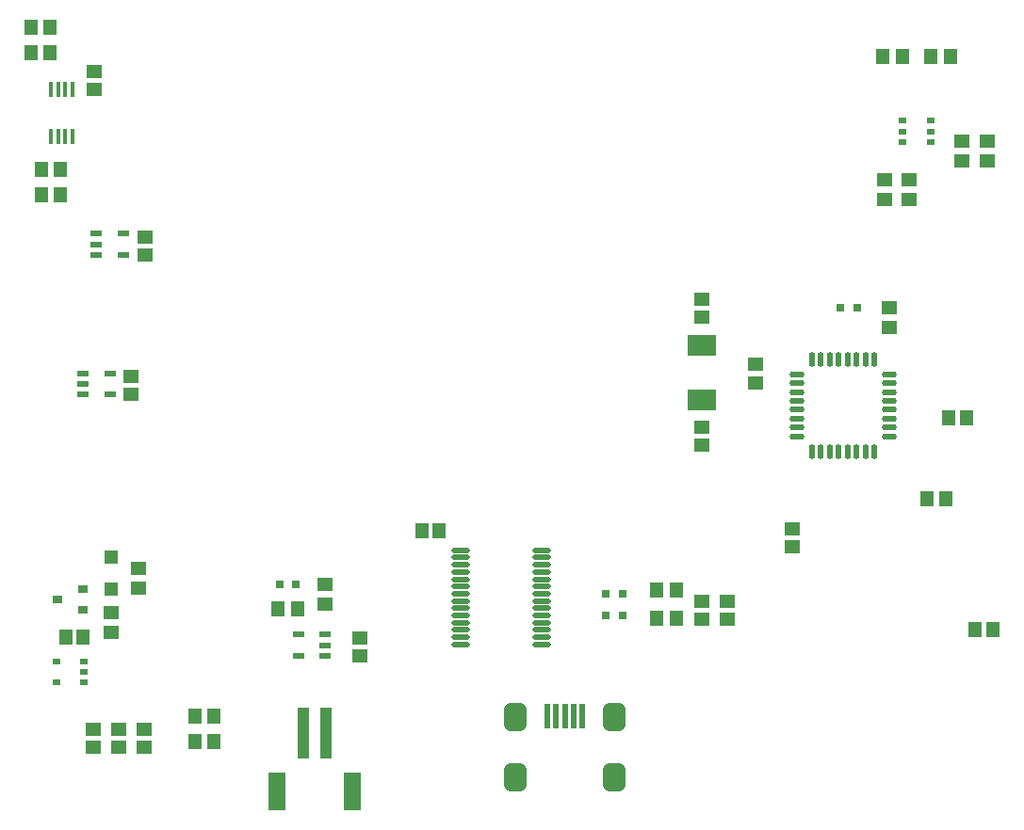
<source format=gbp>
G04*
G04 #@! TF.GenerationSoftware,Altium Limited,Altium Designer,19.0.15 (446)*
G04*
G04 Layer_Color=128*
%FSLAX25Y25*%
%MOIN*%
G70*
G01*
G75*
%ADD18R,0.05315X0.04528*%
%ADD19R,0.04528X0.05315*%
%ADD20R,0.05512X0.05118*%
%ADD81R,0.01800X0.05600*%
G04:AMPARAMS|DCode=82|XSize=78.74mil|YSize=98.43mil|CornerRadius=19.68mil|HoleSize=0mil|Usage=FLASHONLY|Rotation=180.000|XOffset=0mil|YOffset=0mil|HoleType=Round|Shape=RoundedRectangle|*
%AMROUNDEDRECTD82*
21,1,0.07874,0.05906,0,0,180.0*
21,1,0.03937,0.09843,0,0,180.0*
1,1,0.03937,-0.01968,0.02953*
1,1,0.03937,0.01968,0.02953*
1,1,0.03937,0.01968,-0.02953*
1,1,0.03937,-0.01968,-0.02953*
%
%ADD82ROUNDEDRECTD82*%
%ADD83R,0.01968X0.08858*%
%ADD84R,0.06299X0.13386*%
%ADD85R,0.03937X0.18110*%
%ADD86R,0.05118X0.05512*%
%ADD87R,0.03150X0.02362*%
%ADD88R,0.10236X0.07480*%
%ADD89O,0.05315X0.02165*%
%ADD90O,0.02165X0.05315*%
%ADD91R,0.03150X0.02165*%
%ADD92R,0.03740X0.02559*%
%ADD93R,0.04724X0.04724*%
%ADD94R,0.04724X0.04724*%
%ADD95R,0.03150X0.03150*%
%ADD96O,0.06496X0.01968*%
%ADD97R,0.03937X0.02362*%
D18*
X253500Y133795D02*
D03*
Y140685D02*
D03*
X300858Y160445D02*
D03*
Y153555D02*
D03*
X101224Y62445D02*
D03*
Y55555D02*
D03*
X35000Y68079D02*
D03*
Y61189D02*
D03*
X25500Y45598D02*
D03*
Y52488D02*
D03*
X299000Y199055D02*
D03*
Y205945D02*
D03*
X307925D02*
D03*
Y199055D02*
D03*
X326500Y212543D02*
D03*
Y219432D02*
D03*
X335500Y219445D02*
D03*
Y212555D02*
D03*
D19*
X3945Y260000D02*
D03*
X-2945D02*
D03*
X7645Y209500D02*
D03*
X755D02*
D03*
X3945Y251000D02*
D03*
X-2945D02*
D03*
X7645Y200500D02*
D03*
X755D02*
D03*
X55055Y16063D02*
D03*
X61945D02*
D03*
X225445Y50500D02*
D03*
X218555D02*
D03*
X225445Y60500D02*
D03*
X218555D02*
D03*
X314055Y93000D02*
D03*
X320945D02*
D03*
X84555Y54000D02*
D03*
X91445D02*
D03*
X55055Y7000D02*
D03*
X61945D02*
D03*
X298622Y249500D02*
D03*
X305512D02*
D03*
X322445D02*
D03*
X315555D02*
D03*
D20*
X19500Y237850D02*
D03*
Y244150D02*
D03*
X37457Y179350D02*
D03*
Y185650D02*
D03*
X32500Y129850D02*
D03*
Y136150D02*
D03*
X234500Y56650D02*
D03*
Y50350D02*
D03*
X243500Y56650D02*
D03*
Y50350D02*
D03*
X266500Y75850D02*
D03*
Y82150D02*
D03*
X234350Y111850D02*
D03*
Y118150D02*
D03*
X234650Y163650D02*
D03*
Y157350D02*
D03*
X113500Y43650D02*
D03*
Y37350D02*
D03*
X37260Y11150D02*
D03*
Y4850D02*
D03*
X28260Y4850D02*
D03*
Y11150D02*
D03*
X19260Y4850D02*
D03*
Y11150D02*
D03*
D81*
X11800Y237800D02*
D03*
X9300D02*
D03*
X6700D02*
D03*
X4200D02*
D03*
Y221200D02*
D03*
X6700D02*
D03*
X9300D02*
D03*
X11800D02*
D03*
D82*
X203520Y15689D02*
D03*
Y-5768D02*
D03*
X168480D02*
D03*
Y15689D02*
D03*
D83*
X186000Y16063D02*
D03*
X189150D02*
D03*
X192299D02*
D03*
X182850D02*
D03*
X179701D02*
D03*
D84*
X110873Y-10736D02*
D03*
X84101D02*
D03*
D85*
X101425Y9736D02*
D03*
X93550D02*
D03*
D86*
X135350Y81500D02*
D03*
X141650D02*
D03*
X328150Y121500D02*
D03*
X321850D02*
D03*
X337500Y46484D02*
D03*
X331201D02*
D03*
X15650Y44000D02*
D03*
X9350D02*
D03*
D87*
X305480Y226740D02*
D03*
Y223000D02*
D03*
Y219260D02*
D03*
X315520D02*
D03*
Y223000D02*
D03*
Y226740D02*
D03*
D88*
X234500Y127854D02*
D03*
Y147146D02*
D03*
D89*
X268161Y114976D02*
D03*
Y118126D02*
D03*
Y121276D02*
D03*
Y124425D02*
D03*
Y127575D02*
D03*
Y130724D02*
D03*
Y133874D02*
D03*
Y137024D02*
D03*
X300839D02*
D03*
Y133874D02*
D03*
Y130724D02*
D03*
Y127575D02*
D03*
Y124425D02*
D03*
Y121276D02*
D03*
Y118126D02*
D03*
Y114976D02*
D03*
D90*
X273476Y142339D02*
D03*
X276626D02*
D03*
X279776D02*
D03*
X282925D02*
D03*
X286075D02*
D03*
X289224D02*
D03*
X292374D02*
D03*
X295524D02*
D03*
Y109661D02*
D03*
X292374D02*
D03*
X289224D02*
D03*
X286075D02*
D03*
X282925D02*
D03*
X279776D02*
D03*
X276626D02*
D03*
X273476D02*
D03*
D91*
X6276Y35240D02*
D03*
Y27760D02*
D03*
X15724D02*
D03*
Y31500D02*
D03*
Y35240D02*
D03*
D92*
X15551Y61004D02*
D03*
Y53524D02*
D03*
X6496Y57264D02*
D03*
D93*
X25500Y61004D02*
D03*
D94*
Y72264D02*
D03*
D95*
X200567Y51598D02*
D03*
X206472D02*
D03*
X289453Y160500D02*
D03*
X283547D02*
D03*
X90953Y62500D02*
D03*
X85047D02*
D03*
X200567Y59276D02*
D03*
X206472D02*
D03*
D96*
X149228Y41366D02*
D03*
Y43925D02*
D03*
Y46484D02*
D03*
Y49043D02*
D03*
Y51602D02*
D03*
Y54161D02*
D03*
Y56721D02*
D03*
Y59280D02*
D03*
Y61839D02*
D03*
Y64398D02*
D03*
Y66957D02*
D03*
Y69516D02*
D03*
Y72075D02*
D03*
Y74634D02*
D03*
X177772Y41366D02*
D03*
Y43925D02*
D03*
Y46484D02*
D03*
Y49043D02*
D03*
Y51602D02*
D03*
Y54161D02*
D03*
Y56721D02*
D03*
Y59280D02*
D03*
Y61839D02*
D03*
Y64398D02*
D03*
Y66957D02*
D03*
Y69516D02*
D03*
Y72075D02*
D03*
Y74634D02*
D03*
D97*
X29724Y179260D02*
D03*
Y186740D02*
D03*
X20276D02*
D03*
Y183000D02*
D03*
Y179260D02*
D03*
X25000Y129760D02*
D03*
Y137240D02*
D03*
X15551D02*
D03*
Y133500D02*
D03*
Y129760D02*
D03*
X91776Y44740D02*
D03*
Y37260D02*
D03*
X101224D02*
D03*
Y41000D02*
D03*
Y44740D02*
D03*
M02*

</source>
